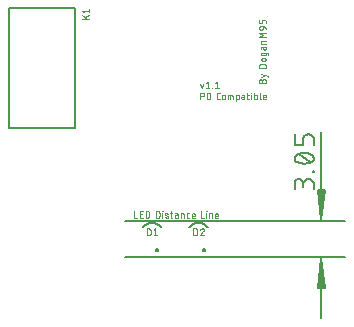
<source format=gbr>
G04 EAGLE Gerber RS-274X export*
G75*
%MOMM*%
%FSLAX34Y34*%
%LPD*%
%INSilkscreen Top*%
%IPPOS*%
%AMOC8*
5,1,8,0,0,1.08239X$1,22.5*%
G01*
%ADD10C,0.130000*%
%ADD11C,0.152400*%
%ADD12C,0.050800*%
%ADD13C,0.127000*%
%ADD14C,0.200000*%


D10*
X71120Y0D02*
X256990Y0D01*
X256990Y30480D02*
X71120Y30480D01*
X237490Y-650D02*
X237490Y-52000D01*
X237490Y31130D02*
X237490Y106108D01*
X237490Y-650D02*
X234298Y-26000D01*
X240682Y-26000D01*
X237490Y-650D01*
X236190Y-26000D01*
X238790Y-26000D02*
X237490Y-650D01*
X234890Y-26000D01*
X240090Y-26000D02*
X237490Y-650D01*
X237490Y31130D02*
X234298Y56480D01*
X240682Y56480D01*
X237490Y31130D01*
X236190Y56480D01*
X238790Y56480D02*
X237490Y31130D01*
X234890Y56480D01*
X240090Y56480D02*
X237490Y31130D01*
D11*
X230983Y57242D02*
X230983Y61758D01*
X230981Y61891D01*
X230975Y62023D01*
X230965Y62155D01*
X230952Y62287D01*
X230934Y62419D01*
X230913Y62549D01*
X230888Y62680D01*
X230859Y62809D01*
X230826Y62937D01*
X230790Y63065D01*
X230750Y63191D01*
X230706Y63316D01*
X230658Y63440D01*
X230607Y63562D01*
X230552Y63683D01*
X230494Y63802D01*
X230432Y63920D01*
X230367Y64035D01*
X230298Y64149D01*
X230227Y64260D01*
X230151Y64369D01*
X230073Y64476D01*
X229992Y64581D01*
X229907Y64683D01*
X229820Y64783D01*
X229730Y64880D01*
X229637Y64975D01*
X229541Y65066D01*
X229443Y65155D01*
X229342Y65241D01*
X229238Y65324D01*
X229132Y65404D01*
X229024Y65480D01*
X228914Y65554D01*
X228801Y65624D01*
X228687Y65691D01*
X228570Y65754D01*
X228452Y65814D01*
X228332Y65871D01*
X228210Y65924D01*
X228087Y65973D01*
X227963Y66019D01*
X227837Y66061D01*
X227710Y66099D01*
X227582Y66134D01*
X227453Y66165D01*
X227324Y66192D01*
X227193Y66215D01*
X227062Y66235D01*
X226930Y66250D01*
X226798Y66262D01*
X226666Y66270D01*
X226533Y66274D01*
X226401Y66274D01*
X226268Y66270D01*
X226136Y66262D01*
X226004Y66250D01*
X225872Y66235D01*
X225741Y66215D01*
X225610Y66192D01*
X225481Y66165D01*
X225352Y66134D01*
X225224Y66099D01*
X225097Y66061D01*
X224971Y66019D01*
X224847Y65973D01*
X224724Y65924D01*
X224602Y65871D01*
X224482Y65814D01*
X224364Y65754D01*
X224247Y65691D01*
X224133Y65624D01*
X224020Y65554D01*
X223910Y65480D01*
X223802Y65404D01*
X223696Y65324D01*
X223592Y65241D01*
X223491Y65155D01*
X223393Y65066D01*
X223297Y64975D01*
X223204Y64880D01*
X223114Y64783D01*
X223027Y64683D01*
X222942Y64581D01*
X222861Y64476D01*
X222783Y64369D01*
X222707Y64260D01*
X222636Y64149D01*
X222567Y64035D01*
X222502Y63920D01*
X222440Y63802D01*
X222382Y63683D01*
X222327Y63562D01*
X222276Y63440D01*
X222228Y63316D01*
X222184Y63191D01*
X222144Y63065D01*
X222108Y62937D01*
X222075Y62809D01*
X222046Y62680D01*
X222021Y62549D01*
X222000Y62419D01*
X221982Y62287D01*
X221969Y62155D01*
X221959Y62023D01*
X221953Y61891D01*
X221951Y61758D01*
X214727Y62661D02*
X214727Y57242D01*
X214727Y62661D02*
X214729Y62780D01*
X214735Y62900D01*
X214745Y63019D01*
X214759Y63137D01*
X214776Y63256D01*
X214798Y63373D01*
X214823Y63490D01*
X214853Y63605D01*
X214886Y63720D01*
X214923Y63834D01*
X214963Y63946D01*
X215008Y64057D01*
X215056Y64166D01*
X215107Y64274D01*
X215162Y64380D01*
X215221Y64484D01*
X215283Y64586D01*
X215348Y64686D01*
X215417Y64784D01*
X215489Y64880D01*
X215564Y64973D01*
X215641Y65063D01*
X215722Y65151D01*
X215806Y65236D01*
X215893Y65318D01*
X215982Y65398D01*
X216074Y65474D01*
X216168Y65548D01*
X216265Y65618D01*
X216363Y65685D01*
X216464Y65749D01*
X216568Y65809D01*
X216673Y65866D01*
X216780Y65919D01*
X216888Y65969D01*
X216998Y66015D01*
X217110Y66057D01*
X217223Y66096D01*
X217337Y66131D01*
X217452Y66162D01*
X217569Y66190D01*
X217686Y66213D01*
X217803Y66233D01*
X217922Y66249D01*
X218041Y66261D01*
X218160Y66269D01*
X218279Y66273D01*
X218399Y66273D01*
X218518Y66269D01*
X218637Y66261D01*
X218756Y66249D01*
X218875Y66233D01*
X218992Y66213D01*
X219109Y66190D01*
X219226Y66162D01*
X219341Y66131D01*
X219455Y66096D01*
X219568Y66057D01*
X219680Y66015D01*
X219790Y65969D01*
X219898Y65919D01*
X220005Y65866D01*
X220110Y65809D01*
X220214Y65749D01*
X220315Y65685D01*
X220413Y65618D01*
X220510Y65548D01*
X220604Y65474D01*
X220696Y65398D01*
X220785Y65318D01*
X220872Y65236D01*
X220956Y65151D01*
X221037Y65063D01*
X221114Y64973D01*
X221189Y64880D01*
X221261Y64784D01*
X221330Y64686D01*
X221395Y64586D01*
X221457Y64484D01*
X221516Y64380D01*
X221571Y64274D01*
X221622Y64166D01*
X221670Y64057D01*
X221715Y63946D01*
X221755Y63834D01*
X221792Y63720D01*
X221825Y63605D01*
X221855Y63490D01*
X221880Y63373D01*
X221902Y63256D01*
X221919Y63137D01*
X221933Y63019D01*
X221943Y62900D01*
X221949Y62780D01*
X221951Y62661D01*
X221952Y62661D02*
X221952Y59048D01*
X230080Y72248D02*
X230983Y72248D01*
X230080Y72248D02*
X230080Y73151D01*
X230983Y73151D01*
X230983Y72248D01*
X222855Y79126D02*
X222535Y79130D01*
X222216Y79141D01*
X221896Y79160D01*
X221578Y79187D01*
X221260Y79221D01*
X220943Y79263D01*
X220627Y79313D01*
X220312Y79370D01*
X219999Y79434D01*
X219687Y79506D01*
X219377Y79585D01*
X219070Y79672D01*
X218764Y79766D01*
X218461Y79867D01*
X218160Y79976D01*
X217862Y80091D01*
X217566Y80214D01*
X217274Y80344D01*
X216985Y80481D01*
X216984Y80481D02*
X216876Y80520D01*
X216769Y80563D01*
X216664Y80609D01*
X216561Y80659D01*
X216459Y80713D01*
X216359Y80770D01*
X216261Y80831D01*
X216165Y80895D01*
X216072Y80962D01*
X215981Y81032D01*
X215892Y81106D01*
X215806Y81182D01*
X215723Y81262D01*
X215642Y81344D01*
X215564Y81429D01*
X215490Y81516D01*
X215418Y81607D01*
X215349Y81699D01*
X215284Y81794D01*
X215222Y81891D01*
X215163Y81990D01*
X215108Y82091D01*
X215057Y82194D01*
X215009Y82299D01*
X214964Y82405D01*
X214923Y82512D01*
X214886Y82621D01*
X214853Y82732D01*
X214824Y82843D01*
X214798Y82955D01*
X214776Y83068D01*
X214759Y83182D01*
X214745Y83296D01*
X214735Y83411D01*
X214729Y83526D01*
X214727Y83641D01*
X214729Y83756D01*
X214735Y83871D01*
X214745Y83986D01*
X214759Y84100D01*
X214776Y84214D01*
X214798Y84327D01*
X214824Y84439D01*
X214853Y84551D01*
X214886Y84661D01*
X214923Y84770D01*
X214964Y84878D01*
X215009Y84984D01*
X215057Y85089D01*
X215108Y85191D01*
X215164Y85293D01*
X215222Y85392D01*
X215284Y85489D01*
X215350Y85584D01*
X215418Y85676D01*
X215490Y85766D01*
X215564Y85854D01*
X215642Y85939D01*
X215723Y86021D01*
X215806Y86100D01*
X215892Y86177D01*
X215981Y86250D01*
X216072Y86321D01*
X216166Y86388D01*
X216261Y86452D01*
X216359Y86513D01*
X216459Y86570D01*
X216561Y86623D01*
X216665Y86674D01*
X216770Y86720D01*
X216877Y86763D01*
X216985Y86802D01*
X216985Y86801D02*
X217274Y86938D01*
X217566Y87068D01*
X217862Y87191D01*
X218160Y87306D01*
X218461Y87415D01*
X218764Y87516D01*
X219070Y87610D01*
X219377Y87697D01*
X219687Y87776D01*
X219999Y87848D01*
X220312Y87912D01*
X220627Y87969D01*
X220943Y88019D01*
X221260Y88061D01*
X221578Y88095D01*
X221896Y88122D01*
X222216Y88141D01*
X222535Y88152D01*
X222855Y88156D01*
X222855Y79126D02*
X223175Y79130D01*
X223494Y79141D01*
X223814Y79160D01*
X224132Y79187D01*
X224450Y79221D01*
X224767Y79263D01*
X225083Y79313D01*
X225398Y79370D01*
X225711Y79434D01*
X226023Y79506D01*
X226333Y79585D01*
X226640Y79672D01*
X226946Y79766D01*
X227249Y79867D01*
X227550Y79976D01*
X227848Y80091D01*
X228144Y80214D01*
X228436Y80344D01*
X228725Y80481D01*
X228726Y80480D02*
X228834Y80519D01*
X228941Y80562D01*
X229046Y80608D01*
X229150Y80659D01*
X229252Y80712D01*
X229352Y80769D01*
X229450Y80830D01*
X229545Y80894D01*
X229639Y80961D01*
X229730Y81032D01*
X229819Y81105D01*
X229905Y81182D01*
X229988Y81261D01*
X230069Y81343D01*
X230147Y81428D01*
X230221Y81516D01*
X230293Y81606D01*
X230362Y81699D01*
X230427Y81793D01*
X230489Y81890D01*
X230547Y81990D01*
X230603Y82091D01*
X230654Y82193D01*
X230702Y82298D01*
X230747Y82404D01*
X230788Y82512D01*
X230825Y82621D01*
X230858Y82731D01*
X230887Y82843D01*
X230913Y82955D01*
X230935Y83068D01*
X230952Y83182D01*
X230966Y83296D01*
X230976Y83411D01*
X230982Y83526D01*
X230984Y83641D01*
X228725Y86801D02*
X228436Y86938D01*
X228144Y87068D01*
X227848Y87191D01*
X227550Y87306D01*
X227249Y87415D01*
X226946Y87516D01*
X226640Y87610D01*
X226333Y87697D01*
X226023Y87776D01*
X225711Y87848D01*
X225398Y87912D01*
X225083Y87969D01*
X224767Y88019D01*
X224450Y88061D01*
X224132Y88095D01*
X223814Y88122D01*
X223494Y88141D01*
X223175Y88152D01*
X222855Y88156D01*
X228725Y86802D02*
X228833Y86763D01*
X228940Y86720D01*
X229045Y86674D01*
X229149Y86623D01*
X229251Y86570D01*
X229351Y86513D01*
X229449Y86452D01*
X229544Y86388D01*
X229638Y86321D01*
X229729Y86250D01*
X229818Y86177D01*
X229904Y86100D01*
X229987Y86021D01*
X230068Y85939D01*
X230146Y85854D01*
X230220Y85766D01*
X230292Y85676D01*
X230361Y85583D01*
X230426Y85489D01*
X230488Y85392D01*
X230546Y85292D01*
X230602Y85191D01*
X230653Y85088D01*
X230701Y84984D01*
X230746Y84878D01*
X230787Y84770D01*
X230824Y84661D01*
X230857Y84551D01*
X230886Y84439D01*
X230912Y84327D01*
X230934Y84214D01*
X230951Y84100D01*
X230965Y83986D01*
X230975Y83871D01*
X230981Y83756D01*
X230983Y83641D01*
X227371Y80029D02*
X218339Y87254D01*
X230983Y94757D02*
X230983Y100176D01*
X230981Y100294D01*
X230975Y100412D01*
X230966Y100530D01*
X230952Y100647D01*
X230935Y100764D01*
X230914Y100881D01*
X230889Y100996D01*
X230860Y101111D01*
X230827Y101225D01*
X230791Y101337D01*
X230751Y101448D01*
X230708Y101558D01*
X230661Y101667D01*
X230611Y101774D01*
X230556Y101879D01*
X230499Y101982D01*
X230438Y102083D01*
X230374Y102183D01*
X230307Y102280D01*
X230237Y102375D01*
X230163Y102467D01*
X230087Y102558D01*
X230007Y102645D01*
X229925Y102730D01*
X229840Y102812D01*
X229753Y102892D01*
X229662Y102968D01*
X229570Y103042D01*
X229475Y103112D01*
X229378Y103179D01*
X229278Y103243D01*
X229177Y103304D01*
X229074Y103361D01*
X228969Y103416D01*
X228862Y103466D01*
X228753Y103513D01*
X228643Y103556D01*
X228532Y103596D01*
X228420Y103632D01*
X228306Y103665D01*
X228191Y103694D01*
X228076Y103719D01*
X227959Y103740D01*
X227842Y103757D01*
X227725Y103771D01*
X227607Y103780D01*
X227489Y103786D01*
X227371Y103788D01*
X225564Y103788D01*
X225446Y103786D01*
X225328Y103780D01*
X225210Y103771D01*
X225093Y103757D01*
X224976Y103740D01*
X224859Y103719D01*
X224744Y103694D01*
X224629Y103665D01*
X224515Y103632D01*
X224403Y103596D01*
X224292Y103556D01*
X224182Y103513D01*
X224073Y103466D01*
X223966Y103416D01*
X223861Y103361D01*
X223758Y103304D01*
X223657Y103243D01*
X223557Y103179D01*
X223460Y103112D01*
X223365Y103042D01*
X223273Y102968D01*
X223182Y102892D01*
X223095Y102812D01*
X223010Y102730D01*
X222928Y102645D01*
X222848Y102558D01*
X222772Y102467D01*
X222698Y102375D01*
X222628Y102280D01*
X222561Y102183D01*
X222497Y102083D01*
X222436Y101982D01*
X222379Y101879D01*
X222324Y101774D01*
X222274Y101667D01*
X222227Y101558D01*
X222184Y101448D01*
X222144Y101337D01*
X222108Y101225D01*
X222075Y101111D01*
X222046Y100996D01*
X222021Y100881D01*
X222000Y100764D01*
X221983Y100647D01*
X221969Y100530D01*
X221960Y100412D01*
X221954Y100294D01*
X221952Y100176D01*
X221952Y94757D01*
X214727Y94757D01*
X214727Y103788D01*
D12*
X187142Y147574D02*
X187142Y149126D01*
X187144Y149203D01*
X187150Y149281D01*
X187159Y149357D01*
X187173Y149434D01*
X187190Y149509D01*
X187211Y149583D01*
X187236Y149657D01*
X187264Y149729D01*
X187296Y149799D01*
X187331Y149868D01*
X187370Y149935D01*
X187412Y150000D01*
X187457Y150063D01*
X187505Y150124D01*
X187556Y150182D01*
X187610Y150237D01*
X187667Y150290D01*
X187726Y150339D01*
X187788Y150386D01*
X187852Y150430D01*
X187918Y150470D01*
X187986Y150507D01*
X188056Y150541D01*
X188127Y150571D01*
X188200Y150597D01*
X188274Y150620D01*
X188349Y150639D01*
X188424Y150654D01*
X188501Y150666D01*
X188578Y150674D01*
X188655Y150678D01*
X188733Y150678D01*
X188810Y150674D01*
X188887Y150666D01*
X188964Y150654D01*
X189039Y150639D01*
X189114Y150620D01*
X189188Y150597D01*
X189261Y150571D01*
X189332Y150541D01*
X189402Y150507D01*
X189470Y150470D01*
X189536Y150430D01*
X189600Y150386D01*
X189662Y150339D01*
X189721Y150290D01*
X189778Y150237D01*
X189832Y150182D01*
X189883Y150124D01*
X189931Y150063D01*
X189976Y150000D01*
X190018Y149935D01*
X190057Y149868D01*
X190092Y149799D01*
X190124Y149729D01*
X190152Y149657D01*
X190177Y149583D01*
X190198Y149509D01*
X190215Y149434D01*
X190229Y149357D01*
X190238Y149281D01*
X190244Y149203D01*
X190246Y149126D01*
X190246Y147574D01*
X184658Y147574D01*
X184658Y149126D01*
X184660Y149196D01*
X184666Y149265D01*
X184676Y149334D01*
X184689Y149402D01*
X184707Y149470D01*
X184728Y149536D01*
X184753Y149601D01*
X184781Y149665D01*
X184813Y149727D01*
X184848Y149787D01*
X184887Y149845D01*
X184929Y149900D01*
X184974Y149954D01*
X185022Y150004D01*
X185072Y150052D01*
X185126Y150097D01*
X185181Y150139D01*
X185239Y150178D01*
X185299Y150213D01*
X185361Y150245D01*
X185425Y150273D01*
X185490Y150298D01*
X185556Y150319D01*
X185624Y150337D01*
X185692Y150350D01*
X185761Y150360D01*
X185830Y150366D01*
X185900Y150368D01*
X185970Y150366D01*
X186039Y150360D01*
X186108Y150350D01*
X186176Y150337D01*
X186244Y150319D01*
X186310Y150298D01*
X186375Y150273D01*
X186439Y150245D01*
X186501Y150213D01*
X186561Y150178D01*
X186619Y150139D01*
X186674Y150097D01*
X186728Y150052D01*
X186778Y150004D01*
X186826Y149954D01*
X186871Y149900D01*
X186913Y149845D01*
X186952Y149787D01*
X186987Y149727D01*
X187019Y149665D01*
X187047Y149601D01*
X187072Y149536D01*
X187093Y149470D01*
X187111Y149402D01*
X187124Y149334D01*
X187134Y149265D01*
X187140Y149196D01*
X187142Y149126D01*
X192109Y152556D02*
X192109Y153177D01*
X186521Y155040D01*
X186521Y152556D02*
X190246Y153798D01*
X190246Y160293D02*
X184658Y160293D01*
X184658Y161845D01*
X184660Y161921D01*
X184665Y161997D01*
X184675Y162073D01*
X184688Y162148D01*
X184705Y162222D01*
X184725Y162296D01*
X184749Y162368D01*
X184776Y162439D01*
X184807Y162509D01*
X184841Y162577D01*
X184879Y162643D01*
X184920Y162707D01*
X184963Y162770D01*
X185010Y162830D01*
X185060Y162887D01*
X185113Y162942D01*
X185168Y162995D01*
X185225Y163045D01*
X185285Y163092D01*
X185348Y163135D01*
X185412Y163176D01*
X185478Y163214D01*
X185546Y163248D01*
X185616Y163279D01*
X185687Y163306D01*
X185760Y163330D01*
X185833Y163350D01*
X185907Y163367D01*
X185982Y163380D01*
X186058Y163390D01*
X186134Y163395D01*
X186210Y163397D01*
X188694Y163397D01*
X188770Y163395D01*
X188846Y163390D01*
X188922Y163380D01*
X188997Y163367D01*
X189071Y163350D01*
X189145Y163330D01*
X189217Y163306D01*
X189288Y163279D01*
X189358Y163248D01*
X189426Y163214D01*
X189492Y163176D01*
X189556Y163135D01*
X189619Y163092D01*
X189679Y163045D01*
X189736Y162995D01*
X189791Y162942D01*
X189844Y162887D01*
X189894Y162830D01*
X189941Y162770D01*
X189984Y162707D01*
X190025Y162643D01*
X190063Y162577D01*
X190097Y162509D01*
X190128Y162439D01*
X190155Y162368D01*
X190179Y162296D01*
X190199Y162222D01*
X190216Y162148D01*
X190229Y162073D01*
X190239Y161997D01*
X190244Y161921D01*
X190246Y161845D01*
X190246Y160293D01*
X189004Y165906D02*
X187762Y165906D01*
X187692Y165908D01*
X187623Y165914D01*
X187554Y165924D01*
X187486Y165937D01*
X187418Y165955D01*
X187352Y165976D01*
X187287Y166001D01*
X187223Y166029D01*
X187161Y166061D01*
X187101Y166096D01*
X187043Y166135D01*
X186988Y166177D01*
X186934Y166222D01*
X186884Y166270D01*
X186836Y166320D01*
X186791Y166374D01*
X186749Y166429D01*
X186710Y166487D01*
X186675Y166547D01*
X186643Y166609D01*
X186615Y166673D01*
X186590Y166738D01*
X186569Y166804D01*
X186551Y166872D01*
X186538Y166940D01*
X186528Y167009D01*
X186522Y167078D01*
X186520Y167148D01*
X186522Y167218D01*
X186528Y167287D01*
X186538Y167356D01*
X186551Y167424D01*
X186569Y167492D01*
X186590Y167558D01*
X186615Y167623D01*
X186643Y167687D01*
X186675Y167749D01*
X186710Y167809D01*
X186749Y167867D01*
X186791Y167922D01*
X186836Y167976D01*
X186884Y168026D01*
X186934Y168074D01*
X186988Y168119D01*
X187043Y168161D01*
X187101Y168200D01*
X187161Y168235D01*
X187223Y168267D01*
X187287Y168295D01*
X187352Y168320D01*
X187418Y168341D01*
X187486Y168359D01*
X187554Y168372D01*
X187623Y168382D01*
X187692Y168388D01*
X187762Y168390D01*
X189004Y168390D01*
X189074Y168388D01*
X189143Y168382D01*
X189212Y168372D01*
X189280Y168359D01*
X189348Y168341D01*
X189414Y168320D01*
X189479Y168295D01*
X189543Y168267D01*
X189605Y168235D01*
X189665Y168200D01*
X189723Y168161D01*
X189778Y168119D01*
X189832Y168074D01*
X189882Y168026D01*
X189930Y167976D01*
X189975Y167922D01*
X190017Y167867D01*
X190056Y167809D01*
X190091Y167749D01*
X190123Y167687D01*
X190151Y167623D01*
X190176Y167558D01*
X190197Y167492D01*
X190215Y167424D01*
X190228Y167356D01*
X190238Y167287D01*
X190244Y167218D01*
X190246Y167148D01*
X190244Y167078D01*
X190238Y167009D01*
X190228Y166940D01*
X190215Y166872D01*
X190197Y166804D01*
X190176Y166738D01*
X190151Y166673D01*
X190123Y166609D01*
X190091Y166547D01*
X190056Y166487D01*
X190017Y166429D01*
X189975Y166374D01*
X189930Y166320D01*
X189882Y166270D01*
X189832Y166222D01*
X189778Y166177D01*
X189723Y166135D01*
X189665Y166096D01*
X189605Y166061D01*
X189543Y166029D01*
X189479Y166001D01*
X189414Y165976D01*
X189348Y165955D01*
X189280Y165937D01*
X189212Y165924D01*
X189143Y165914D01*
X189074Y165908D01*
X189004Y165906D01*
X190246Y171564D02*
X190246Y173116D01*
X190246Y171564D02*
X190244Y171506D01*
X190239Y171447D01*
X190230Y171390D01*
X190217Y171332D01*
X190200Y171276D01*
X190181Y171221D01*
X190157Y171168D01*
X190131Y171115D01*
X190101Y171065D01*
X190068Y171017D01*
X190032Y170971D01*
X189994Y170927D01*
X189952Y170885D01*
X189908Y170847D01*
X189862Y170811D01*
X189814Y170778D01*
X189764Y170748D01*
X189711Y170722D01*
X189658Y170698D01*
X189603Y170679D01*
X189547Y170662D01*
X189489Y170649D01*
X189432Y170640D01*
X189373Y170635D01*
X189315Y170633D01*
X189315Y170632D02*
X187452Y170632D01*
X187452Y170633D02*
X187394Y170635D01*
X187335Y170640D01*
X187278Y170649D01*
X187220Y170662D01*
X187164Y170679D01*
X187109Y170698D01*
X187056Y170722D01*
X187003Y170748D01*
X186953Y170778D01*
X186905Y170811D01*
X186859Y170847D01*
X186815Y170885D01*
X186773Y170927D01*
X186735Y170971D01*
X186699Y171017D01*
X186666Y171065D01*
X186636Y171115D01*
X186610Y171168D01*
X186586Y171221D01*
X186567Y171276D01*
X186550Y171332D01*
X186537Y171390D01*
X186528Y171447D01*
X186523Y171506D01*
X186521Y171564D01*
X186521Y173116D01*
X191177Y173116D01*
X191235Y173114D01*
X191294Y173109D01*
X191351Y173100D01*
X191409Y173087D01*
X191465Y173070D01*
X191520Y173051D01*
X191573Y173027D01*
X191626Y173001D01*
X191676Y172971D01*
X191724Y172938D01*
X191770Y172902D01*
X191814Y172864D01*
X191856Y172822D01*
X191894Y172778D01*
X191930Y172732D01*
X191963Y172684D01*
X191993Y172634D01*
X192019Y172581D01*
X192043Y172528D01*
X192062Y172473D01*
X192079Y172417D01*
X192092Y172359D01*
X192101Y172302D01*
X192106Y172243D01*
X192108Y172185D01*
X192109Y172185D02*
X192109Y170943D01*
X188073Y176657D02*
X188073Y178054D01*
X188072Y176657D02*
X188074Y176593D01*
X188080Y176528D01*
X188089Y176465D01*
X188102Y176402D01*
X188119Y176340D01*
X188140Y176279D01*
X188164Y176219D01*
X188192Y176161D01*
X188223Y176104D01*
X188257Y176050D01*
X188295Y175997D01*
X188336Y175947D01*
X188379Y175900D01*
X188425Y175855D01*
X188474Y175813D01*
X188525Y175774D01*
X188579Y175738D01*
X188634Y175705D01*
X188692Y175676D01*
X188750Y175650D01*
X188811Y175627D01*
X188872Y175608D01*
X188935Y175593D01*
X188999Y175582D01*
X189062Y175574D01*
X189127Y175570D01*
X189191Y175570D01*
X189256Y175574D01*
X189319Y175582D01*
X189383Y175593D01*
X189446Y175608D01*
X189507Y175627D01*
X189568Y175650D01*
X189626Y175676D01*
X189684Y175705D01*
X189739Y175738D01*
X189793Y175774D01*
X189844Y175813D01*
X189893Y175855D01*
X189939Y175900D01*
X189982Y175947D01*
X190023Y175997D01*
X190061Y176050D01*
X190095Y176104D01*
X190126Y176161D01*
X190154Y176219D01*
X190178Y176279D01*
X190199Y176340D01*
X190216Y176402D01*
X190229Y176465D01*
X190238Y176528D01*
X190244Y176593D01*
X190246Y176657D01*
X190246Y178054D01*
X187452Y178054D01*
X187452Y178053D02*
X187394Y178051D01*
X187335Y178046D01*
X187278Y178037D01*
X187220Y178024D01*
X187164Y178007D01*
X187109Y177988D01*
X187056Y177964D01*
X187003Y177938D01*
X186953Y177908D01*
X186905Y177875D01*
X186859Y177839D01*
X186815Y177801D01*
X186773Y177759D01*
X186735Y177715D01*
X186699Y177669D01*
X186666Y177621D01*
X186636Y177571D01*
X186610Y177518D01*
X186586Y177465D01*
X186567Y177410D01*
X186550Y177354D01*
X186537Y177296D01*
X186528Y177239D01*
X186523Y177180D01*
X186521Y177122D01*
X186521Y175881D01*
X186521Y180720D02*
X190246Y180720D01*
X186521Y180720D02*
X186521Y182272D01*
X186523Y182330D01*
X186528Y182389D01*
X186537Y182446D01*
X186550Y182504D01*
X186567Y182560D01*
X186586Y182615D01*
X186610Y182668D01*
X186636Y182721D01*
X186666Y182771D01*
X186699Y182819D01*
X186735Y182865D01*
X186773Y182909D01*
X186815Y182951D01*
X186859Y182989D01*
X186905Y183025D01*
X186953Y183058D01*
X187003Y183088D01*
X187056Y183114D01*
X187109Y183138D01*
X187164Y183157D01*
X187220Y183174D01*
X187278Y183187D01*
X187335Y183196D01*
X187394Y183201D01*
X187452Y183203D01*
X190246Y183203D01*
X190246Y185951D02*
X184658Y185951D01*
X187762Y187814D01*
X184658Y189676D01*
X190246Y189676D01*
X187762Y193538D02*
X187762Y195401D01*
X187763Y193538D02*
X187761Y193468D01*
X187755Y193399D01*
X187745Y193330D01*
X187732Y193262D01*
X187714Y193194D01*
X187693Y193128D01*
X187668Y193063D01*
X187640Y192999D01*
X187608Y192937D01*
X187573Y192877D01*
X187534Y192819D01*
X187492Y192764D01*
X187447Y192710D01*
X187399Y192660D01*
X187349Y192612D01*
X187295Y192567D01*
X187240Y192525D01*
X187182Y192486D01*
X187122Y192451D01*
X187060Y192419D01*
X186996Y192391D01*
X186931Y192366D01*
X186865Y192345D01*
X186797Y192327D01*
X186729Y192314D01*
X186660Y192304D01*
X186591Y192298D01*
X186521Y192296D01*
X186210Y192296D01*
X186210Y192297D02*
X186133Y192299D01*
X186055Y192305D01*
X185979Y192314D01*
X185902Y192328D01*
X185827Y192345D01*
X185753Y192366D01*
X185679Y192391D01*
X185607Y192419D01*
X185537Y192451D01*
X185468Y192486D01*
X185401Y192525D01*
X185336Y192567D01*
X185273Y192612D01*
X185212Y192660D01*
X185154Y192711D01*
X185099Y192765D01*
X185046Y192822D01*
X184997Y192881D01*
X184950Y192943D01*
X184906Y193007D01*
X184866Y193073D01*
X184829Y193141D01*
X184795Y193211D01*
X184765Y193282D01*
X184739Y193355D01*
X184716Y193429D01*
X184697Y193504D01*
X184682Y193579D01*
X184670Y193656D01*
X184662Y193733D01*
X184658Y193810D01*
X184658Y193888D01*
X184662Y193965D01*
X184670Y194042D01*
X184682Y194119D01*
X184697Y194194D01*
X184716Y194269D01*
X184739Y194343D01*
X184765Y194416D01*
X184795Y194487D01*
X184829Y194557D01*
X184866Y194625D01*
X184906Y194691D01*
X184950Y194755D01*
X184997Y194817D01*
X185046Y194876D01*
X185099Y194933D01*
X185154Y194987D01*
X185212Y195038D01*
X185273Y195086D01*
X185336Y195131D01*
X185401Y195173D01*
X185468Y195212D01*
X185537Y195247D01*
X185607Y195279D01*
X185679Y195307D01*
X185753Y195332D01*
X185827Y195353D01*
X185902Y195370D01*
X185979Y195384D01*
X186055Y195393D01*
X186133Y195399D01*
X186210Y195401D01*
X187762Y195401D01*
X187860Y195399D01*
X187957Y195393D01*
X188054Y195384D01*
X188151Y195370D01*
X188247Y195353D01*
X188342Y195332D01*
X188436Y195308D01*
X188530Y195279D01*
X188622Y195247D01*
X188713Y195212D01*
X188802Y195173D01*
X188890Y195130D01*
X188976Y195084D01*
X189060Y195035D01*
X189142Y194982D01*
X189222Y194927D01*
X189300Y194868D01*
X189375Y194806D01*
X189448Y194741D01*
X189518Y194673D01*
X189586Y194603D01*
X189651Y194530D01*
X189713Y194455D01*
X189772Y194377D01*
X189827Y194297D01*
X189880Y194215D01*
X189929Y194131D01*
X189975Y194045D01*
X190018Y193957D01*
X190057Y193868D01*
X190092Y193777D01*
X190124Y193685D01*
X190153Y193591D01*
X190177Y193497D01*
X190198Y193402D01*
X190215Y193306D01*
X190229Y193209D01*
X190238Y193112D01*
X190244Y193014D01*
X190246Y192917D01*
X190246Y197783D02*
X190246Y199645D01*
X190244Y199715D01*
X190238Y199784D01*
X190228Y199853D01*
X190215Y199921D01*
X190197Y199989D01*
X190176Y200055D01*
X190151Y200120D01*
X190123Y200184D01*
X190091Y200246D01*
X190056Y200306D01*
X190017Y200364D01*
X189975Y200419D01*
X189930Y200473D01*
X189882Y200523D01*
X189832Y200571D01*
X189778Y200616D01*
X189723Y200658D01*
X189665Y200697D01*
X189605Y200732D01*
X189543Y200764D01*
X189479Y200792D01*
X189414Y200817D01*
X189348Y200838D01*
X189280Y200856D01*
X189212Y200869D01*
X189143Y200879D01*
X189074Y200885D01*
X189004Y200887D01*
X188383Y200887D01*
X188313Y200885D01*
X188244Y200879D01*
X188175Y200869D01*
X188107Y200856D01*
X188039Y200838D01*
X187973Y200817D01*
X187908Y200792D01*
X187844Y200764D01*
X187782Y200732D01*
X187722Y200697D01*
X187664Y200658D01*
X187609Y200616D01*
X187555Y200571D01*
X187505Y200523D01*
X187457Y200473D01*
X187412Y200419D01*
X187370Y200364D01*
X187331Y200306D01*
X187296Y200246D01*
X187264Y200184D01*
X187236Y200120D01*
X187211Y200055D01*
X187190Y199989D01*
X187172Y199921D01*
X187159Y199853D01*
X187149Y199784D01*
X187143Y199715D01*
X187141Y199645D01*
X187142Y199645D02*
X187142Y197783D01*
X184658Y197783D01*
X184658Y200887D01*
X134874Y146473D02*
X136116Y142748D01*
X137358Y146473D01*
X139501Y147094D02*
X141054Y148336D01*
X141054Y142748D01*
X142606Y142748D02*
X139501Y142748D01*
X144739Y142748D02*
X144739Y143058D01*
X145049Y143058D01*
X145049Y142748D01*
X144739Y142748D01*
X147182Y147094D02*
X148734Y148336D01*
X148734Y142748D01*
X147182Y142748D02*
X150287Y142748D01*
X134874Y139192D02*
X134874Y133604D01*
X134874Y139192D02*
X136426Y139192D01*
X136503Y139190D01*
X136581Y139184D01*
X136657Y139175D01*
X136734Y139161D01*
X136809Y139144D01*
X136883Y139123D01*
X136957Y139098D01*
X137029Y139070D01*
X137099Y139038D01*
X137168Y139003D01*
X137235Y138964D01*
X137300Y138922D01*
X137363Y138877D01*
X137424Y138829D01*
X137482Y138778D01*
X137537Y138724D01*
X137590Y138667D01*
X137639Y138608D01*
X137686Y138546D01*
X137730Y138482D01*
X137770Y138416D01*
X137807Y138348D01*
X137841Y138278D01*
X137871Y138207D01*
X137897Y138134D01*
X137920Y138060D01*
X137939Y137985D01*
X137954Y137910D01*
X137966Y137833D01*
X137974Y137756D01*
X137978Y137679D01*
X137978Y137601D01*
X137974Y137524D01*
X137966Y137447D01*
X137954Y137370D01*
X137939Y137295D01*
X137920Y137220D01*
X137897Y137146D01*
X137871Y137073D01*
X137841Y137002D01*
X137807Y136932D01*
X137770Y136864D01*
X137730Y136798D01*
X137686Y136734D01*
X137639Y136672D01*
X137590Y136613D01*
X137537Y136556D01*
X137482Y136502D01*
X137424Y136451D01*
X137363Y136403D01*
X137300Y136358D01*
X137235Y136316D01*
X137168Y136277D01*
X137099Y136242D01*
X137029Y136210D01*
X136957Y136182D01*
X136883Y136157D01*
X136809Y136136D01*
X136734Y136119D01*
X136657Y136105D01*
X136581Y136096D01*
X136503Y136090D01*
X136426Y136088D01*
X134874Y136088D01*
X140277Y133604D02*
X140277Y139192D01*
X141830Y139192D01*
X141906Y139190D01*
X141982Y139185D01*
X142058Y139175D01*
X142133Y139162D01*
X142207Y139145D01*
X142281Y139125D01*
X142353Y139101D01*
X142424Y139074D01*
X142494Y139043D01*
X142562Y139009D01*
X142628Y138971D01*
X142692Y138930D01*
X142755Y138887D01*
X142815Y138840D01*
X142872Y138790D01*
X142927Y138737D01*
X142980Y138682D01*
X143030Y138625D01*
X143077Y138565D01*
X143120Y138502D01*
X143161Y138438D01*
X143199Y138372D01*
X143233Y138304D01*
X143264Y138234D01*
X143291Y138163D01*
X143315Y138090D01*
X143335Y138017D01*
X143352Y137943D01*
X143365Y137868D01*
X143375Y137792D01*
X143380Y137716D01*
X143382Y137640D01*
X143382Y135156D01*
X143380Y135077D01*
X143374Y134999D01*
X143364Y134921D01*
X143350Y134844D01*
X143332Y134767D01*
X143311Y134691D01*
X143285Y134617D01*
X143256Y134544D01*
X143223Y134473D01*
X143187Y134403D01*
X143147Y134335D01*
X143104Y134269D01*
X143057Y134206D01*
X143008Y134145D01*
X142955Y134087D01*
X142899Y134031D01*
X142841Y133978D01*
X142780Y133929D01*
X142717Y133882D01*
X142651Y133839D01*
X142583Y133799D01*
X142514Y133763D01*
X142442Y133730D01*
X142369Y133701D01*
X142295Y133675D01*
X142219Y133654D01*
X142142Y133636D01*
X142065Y133622D01*
X141987Y133612D01*
X141909Y133606D01*
X141830Y133604D01*
X140277Y133604D01*
X150098Y133604D02*
X151340Y133604D01*
X150098Y133604D02*
X150028Y133606D01*
X149959Y133612D01*
X149890Y133622D01*
X149822Y133635D01*
X149754Y133653D01*
X149688Y133674D01*
X149623Y133699D01*
X149559Y133727D01*
X149497Y133759D01*
X149437Y133794D01*
X149379Y133833D01*
X149324Y133875D01*
X149270Y133920D01*
X149220Y133968D01*
X149172Y134018D01*
X149127Y134072D01*
X149085Y134127D01*
X149046Y134185D01*
X149011Y134245D01*
X148979Y134307D01*
X148951Y134371D01*
X148926Y134436D01*
X148905Y134502D01*
X148887Y134570D01*
X148874Y134638D01*
X148864Y134707D01*
X148858Y134776D01*
X148856Y134846D01*
X148856Y137950D01*
X148858Y138020D01*
X148864Y138089D01*
X148874Y138158D01*
X148887Y138226D01*
X148905Y138294D01*
X148926Y138360D01*
X148951Y138425D01*
X148979Y138489D01*
X149011Y138551D01*
X149046Y138611D01*
X149085Y138669D01*
X149127Y138724D01*
X149172Y138778D01*
X149220Y138828D01*
X149270Y138876D01*
X149324Y138921D01*
X149379Y138963D01*
X149437Y139002D01*
X149497Y139037D01*
X149559Y139069D01*
X149623Y139097D01*
X149688Y139122D01*
X149754Y139143D01*
X149822Y139161D01*
X149890Y139174D01*
X149959Y139184D01*
X150028Y139190D01*
X150098Y139192D01*
X151340Y139192D01*
X153389Y136088D02*
X153389Y134846D01*
X153389Y136088D02*
X153391Y136158D01*
X153397Y136227D01*
X153407Y136296D01*
X153420Y136364D01*
X153438Y136432D01*
X153459Y136498D01*
X153484Y136563D01*
X153512Y136627D01*
X153544Y136689D01*
X153579Y136749D01*
X153618Y136807D01*
X153660Y136862D01*
X153705Y136916D01*
X153753Y136966D01*
X153803Y137014D01*
X153857Y137059D01*
X153912Y137101D01*
X153970Y137140D01*
X154030Y137175D01*
X154092Y137207D01*
X154156Y137235D01*
X154221Y137260D01*
X154287Y137281D01*
X154355Y137299D01*
X154423Y137312D01*
X154492Y137322D01*
X154561Y137328D01*
X154631Y137330D01*
X154701Y137328D01*
X154770Y137322D01*
X154839Y137312D01*
X154907Y137299D01*
X154975Y137281D01*
X155041Y137260D01*
X155106Y137235D01*
X155170Y137207D01*
X155232Y137175D01*
X155292Y137140D01*
X155350Y137101D01*
X155405Y137059D01*
X155459Y137014D01*
X155509Y136966D01*
X155557Y136916D01*
X155602Y136862D01*
X155644Y136807D01*
X155683Y136749D01*
X155718Y136689D01*
X155750Y136627D01*
X155778Y136563D01*
X155803Y136498D01*
X155824Y136432D01*
X155842Y136364D01*
X155855Y136296D01*
X155865Y136227D01*
X155871Y136158D01*
X155873Y136088D01*
X155873Y134846D01*
X155871Y134776D01*
X155865Y134707D01*
X155855Y134638D01*
X155842Y134570D01*
X155824Y134502D01*
X155803Y134436D01*
X155778Y134371D01*
X155750Y134307D01*
X155718Y134245D01*
X155683Y134185D01*
X155644Y134127D01*
X155602Y134072D01*
X155557Y134018D01*
X155509Y133968D01*
X155459Y133920D01*
X155405Y133875D01*
X155350Y133833D01*
X155292Y133794D01*
X155232Y133759D01*
X155170Y133727D01*
X155106Y133699D01*
X155041Y133674D01*
X154975Y133653D01*
X154907Y133635D01*
X154839Y133622D01*
X154770Y133612D01*
X154701Y133606D01*
X154631Y133604D01*
X154561Y133606D01*
X154492Y133612D01*
X154423Y133622D01*
X154355Y133635D01*
X154287Y133653D01*
X154221Y133674D01*
X154156Y133699D01*
X154092Y133727D01*
X154030Y133759D01*
X153970Y133794D01*
X153912Y133833D01*
X153857Y133875D01*
X153803Y133920D01*
X153753Y133968D01*
X153705Y134018D01*
X153660Y134072D01*
X153618Y134127D01*
X153579Y134185D01*
X153544Y134245D01*
X153512Y134307D01*
X153484Y134371D01*
X153459Y134436D01*
X153438Y134502D01*
X153420Y134570D01*
X153407Y134638D01*
X153397Y134707D01*
X153391Y134776D01*
X153389Y134846D01*
X158438Y133604D02*
X158438Y137329D01*
X161232Y137329D01*
X161290Y137327D01*
X161349Y137322D01*
X161406Y137313D01*
X161464Y137300D01*
X161520Y137283D01*
X161575Y137264D01*
X161628Y137240D01*
X161681Y137214D01*
X161731Y137184D01*
X161779Y137151D01*
X161825Y137115D01*
X161869Y137077D01*
X161911Y137035D01*
X161949Y136991D01*
X161985Y136945D01*
X162018Y136897D01*
X162048Y136847D01*
X162074Y136794D01*
X162098Y136741D01*
X162117Y136686D01*
X162134Y136630D01*
X162147Y136572D01*
X162156Y136515D01*
X162161Y136456D01*
X162163Y136398D01*
X162163Y133604D01*
X160300Y133604D02*
X160300Y137329D01*
X164940Y137329D02*
X164940Y131741D01*
X164940Y137329D02*
X166492Y137329D01*
X166550Y137327D01*
X166609Y137322D01*
X166666Y137313D01*
X166724Y137300D01*
X166780Y137283D01*
X166835Y137264D01*
X166888Y137240D01*
X166941Y137214D01*
X166991Y137184D01*
X167039Y137151D01*
X167085Y137115D01*
X167129Y137077D01*
X167171Y137035D01*
X167209Y136991D01*
X167245Y136945D01*
X167278Y136897D01*
X167308Y136847D01*
X167334Y136794D01*
X167358Y136741D01*
X167377Y136686D01*
X167394Y136630D01*
X167407Y136572D01*
X167416Y136515D01*
X167421Y136456D01*
X167423Y136398D01*
X167423Y134535D01*
X167421Y134477D01*
X167416Y134418D01*
X167407Y134361D01*
X167394Y134303D01*
X167377Y134247D01*
X167358Y134192D01*
X167334Y134139D01*
X167308Y134086D01*
X167278Y134036D01*
X167245Y133988D01*
X167209Y133942D01*
X167171Y133898D01*
X167129Y133856D01*
X167085Y133818D01*
X167039Y133782D01*
X166991Y133749D01*
X166941Y133719D01*
X166888Y133693D01*
X166835Y133669D01*
X166780Y133650D01*
X166724Y133633D01*
X166666Y133620D01*
X166609Y133611D01*
X166550Y133606D01*
X166492Y133604D01*
X164940Y133604D01*
X170723Y135777D02*
X172120Y135777D01*
X170723Y135778D02*
X170659Y135776D01*
X170594Y135770D01*
X170531Y135761D01*
X170468Y135748D01*
X170406Y135731D01*
X170345Y135710D01*
X170285Y135686D01*
X170227Y135658D01*
X170170Y135627D01*
X170116Y135593D01*
X170063Y135555D01*
X170013Y135514D01*
X169966Y135471D01*
X169921Y135425D01*
X169879Y135376D01*
X169840Y135325D01*
X169804Y135271D01*
X169771Y135216D01*
X169742Y135158D01*
X169716Y135100D01*
X169693Y135039D01*
X169674Y134978D01*
X169659Y134915D01*
X169648Y134851D01*
X169640Y134788D01*
X169636Y134723D01*
X169636Y134659D01*
X169640Y134594D01*
X169648Y134531D01*
X169659Y134467D01*
X169674Y134404D01*
X169693Y134343D01*
X169716Y134282D01*
X169742Y134224D01*
X169771Y134166D01*
X169804Y134111D01*
X169840Y134057D01*
X169879Y134006D01*
X169921Y133957D01*
X169966Y133911D01*
X170013Y133868D01*
X170063Y133827D01*
X170116Y133789D01*
X170170Y133755D01*
X170227Y133724D01*
X170285Y133696D01*
X170345Y133672D01*
X170406Y133651D01*
X170468Y133634D01*
X170531Y133621D01*
X170594Y133612D01*
X170659Y133606D01*
X170723Y133604D01*
X172120Y133604D01*
X172120Y136398D01*
X172118Y136456D01*
X172113Y136515D01*
X172104Y136572D01*
X172091Y136630D01*
X172074Y136686D01*
X172055Y136741D01*
X172031Y136794D01*
X172005Y136847D01*
X171975Y136897D01*
X171942Y136945D01*
X171906Y136991D01*
X171868Y137035D01*
X171826Y137077D01*
X171782Y137115D01*
X171736Y137151D01*
X171688Y137184D01*
X171638Y137214D01*
X171585Y137240D01*
X171532Y137264D01*
X171477Y137283D01*
X171421Y137300D01*
X171363Y137313D01*
X171306Y137322D01*
X171247Y137327D01*
X171189Y137329D01*
X169947Y137329D01*
X174137Y137329D02*
X176000Y137329D01*
X174758Y139192D02*
X174758Y134535D01*
X174760Y134477D01*
X174765Y134418D01*
X174774Y134361D01*
X174787Y134303D01*
X174804Y134247D01*
X174823Y134192D01*
X174847Y134139D01*
X174873Y134086D01*
X174903Y134036D01*
X174936Y133988D01*
X174972Y133942D01*
X175010Y133898D01*
X175052Y133856D01*
X175096Y133818D01*
X175142Y133782D01*
X175190Y133749D01*
X175241Y133719D01*
X175293Y133693D01*
X175346Y133669D01*
X175401Y133650D01*
X175457Y133633D01*
X175515Y133620D01*
X175572Y133611D01*
X175631Y133606D01*
X175689Y133604D01*
X176000Y133604D01*
X178040Y133604D02*
X178040Y137329D01*
X177884Y138882D02*
X177884Y139192D01*
X178195Y139192D01*
X178195Y138882D01*
X177884Y138882D01*
X180484Y139192D02*
X180484Y133604D01*
X182036Y133604D01*
X182094Y133606D01*
X182153Y133611D01*
X182210Y133620D01*
X182268Y133633D01*
X182324Y133650D01*
X182379Y133669D01*
X182432Y133693D01*
X182485Y133719D01*
X182535Y133749D01*
X182583Y133782D01*
X182629Y133818D01*
X182673Y133856D01*
X182715Y133898D01*
X182753Y133942D01*
X182789Y133988D01*
X182822Y134036D01*
X182852Y134086D01*
X182878Y134139D01*
X182902Y134192D01*
X182921Y134247D01*
X182938Y134303D01*
X182951Y134361D01*
X182960Y134418D01*
X182965Y134477D01*
X182967Y134535D01*
X182968Y134535D02*
X182968Y136398D01*
X182967Y136398D02*
X182965Y136456D01*
X182960Y136515D01*
X182951Y136572D01*
X182938Y136630D01*
X182921Y136686D01*
X182902Y136741D01*
X182878Y136794D01*
X182852Y136847D01*
X182822Y136897D01*
X182789Y136945D01*
X182753Y136991D01*
X182715Y137035D01*
X182673Y137077D01*
X182629Y137115D01*
X182583Y137151D01*
X182535Y137184D01*
X182485Y137214D01*
X182432Y137240D01*
X182379Y137264D01*
X182324Y137283D01*
X182268Y137300D01*
X182210Y137313D01*
X182153Y137322D01*
X182094Y137327D01*
X182036Y137329D01*
X180484Y137329D01*
X185280Y139192D02*
X185280Y134535D01*
X185282Y134477D01*
X185287Y134418D01*
X185296Y134361D01*
X185309Y134303D01*
X185326Y134247D01*
X185345Y134192D01*
X185369Y134139D01*
X185395Y134086D01*
X185425Y134036D01*
X185458Y133988D01*
X185494Y133942D01*
X185532Y133898D01*
X185574Y133856D01*
X185618Y133818D01*
X185664Y133782D01*
X185712Y133749D01*
X185762Y133719D01*
X185815Y133693D01*
X185868Y133669D01*
X185923Y133650D01*
X185979Y133633D01*
X186037Y133620D01*
X186094Y133611D01*
X186153Y133606D01*
X186211Y133604D01*
X189068Y133604D02*
X190620Y133604D01*
X189068Y133604D02*
X189010Y133606D01*
X188951Y133611D01*
X188894Y133620D01*
X188836Y133633D01*
X188780Y133650D01*
X188725Y133669D01*
X188672Y133693D01*
X188619Y133719D01*
X188569Y133749D01*
X188521Y133782D01*
X188475Y133818D01*
X188431Y133856D01*
X188389Y133898D01*
X188351Y133942D01*
X188315Y133988D01*
X188282Y134036D01*
X188252Y134086D01*
X188226Y134139D01*
X188202Y134192D01*
X188183Y134247D01*
X188166Y134303D01*
X188153Y134361D01*
X188144Y134418D01*
X188139Y134477D01*
X188137Y134535D01*
X188136Y134535D02*
X188136Y136088D01*
X188138Y136158D01*
X188144Y136227D01*
X188154Y136296D01*
X188167Y136364D01*
X188185Y136432D01*
X188206Y136498D01*
X188231Y136563D01*
X188259Y136627D01*
X188291Y136689D01*
X188326Y136749D01*
X188365Y136807D01*
X188407Y136862D01*
X188452Y136916D01*
X188500Y136966D01*
X188550Y137014D01*
X188604Y137059D01*
X188659Y137101D01*
X188717Y137140D01*
X188777Y137175D01*
X188839Y137207D01*
X188903Y137235D01*
X188968Y137260D01*
X189034Y137281D01*
X189102Y137299D01*
X189170Y137312D01*
X189239Y137322D01*
X189308Y137328D01*
X189378Y137330D01*
X189448Y137328D01*
X189517Y137322D01*
X189586Y137312D01*
X189654Y137299D01*
X189722Y137281D01*
X189788Y137260D01*
X189853Y137235D01*
X189917Y137207D01*
X189979Y137175D01*
X190039Y137140D01*
X190097Y137101D01*
X190152Y137059D01*
X190206Y137014D01*
X190256Y136966D01*
X190304Y136916D01*
X190349Y136862D01*
X190391Y136807D01*
X190430Y136749D01*
X190465Y136689D01*
X190497Y136627D01*
X190525Y136563D01*
X190550Y136498D01*
X190571Y136432D01*
X190589Y136364D01*
X190602Y136296D01*
X190612Y136227D01*
X190618Y136158D01*
X190620Y136088D01*
X190620Y135467D01*
X188136Y135467D01*
X78994Y38862D02*
X78994Y33274D01*
X81478Y33274D01*
X83749Y33274D02*
X86232Y33274D01*
X83749Y33274D02*
X83749Y38862D01*
X86232Y38862D01*
X85611Y36378D02*
X83749Y36378D01*
X88493Y38862D02*
X88493Y33274D01*
X88493Y38862D02*
X90045Y38862D01*
X90121Y38860D01*
X90197Y38855D01*
X90273Y38845D01*
X90348Y38832D01*
X90422Y38815D01*
X90496Y38795D01*
X90568Y38771D01*
X90639Y38744D01*
X90709Y38713D01*
X90777Y38679D01*
X90843Y38641D01*
X90907Y38600D01*
X90970Y38557D01*
X91030Y38510D01*
X91087Y38460D01*
X91142Y38407D01*
X91195Y38352D01*
X91245Y38295D01*
X91292Y38235D01*
X91335Y38172D01*
X91376Y38108D01*
X91414Y38042D01*
X91448Y37974D01*
X91479Y37904D01*
X91506Y37833D01*
X91530Y37760D01*
X91550Y37687D01*
X91567Y37613D01*
X91580Y37538D01*
X91590Y37462D01*
X91595Y37386D01*
X91597Y37310D01*
X91597Y34826D01*
X91595Y34747D01*
X91589Y34669D01*
X91579Y34591D01*
X91565Y34514D01*
X91547Y34437D01*
X91526Y34361D01*
X91500Y34287D01*
X91471Y34214D01*
X91438Y34143D01*
X91402Y34073D01*
X91362Y34005D01*
X91319Y33939D01*
X91272Y33876D01*
X91223Y33815D01*
X91170Y33757D01*
X91114Y33701D01*
X91056Y33648D01*
X90995Y33599D01*
X90932Y33552D01*
X90866Y33509D01*
X90798Y33469D01*
X90729Y33433D01*
X90657Y33400D01*
X90584Y33371D01*
X90510Y33345D01*
X90434Y33324D01*
X90357Y33306D01*
X90280Y33292D01*
X90202Y33282D01*
X90124Y33276D01*
X90045Y33274D01*
X88493Y33274D01*
X97271Y33274D02*
X97271Y38862D01*
X98823Y38862D01*
X98899Y38860D01*
X98975Y38855D01*
X99051Y38845D01*
X99126Y38832D01*
X99200Y38815D01*
X99274Y38795D01*
X99346Y38771D01*
X99417Y38744D01*
X99487Y38713D01*
X99555Y38679D01*
X99621Y38641D01*
X99685Y38600D01*
X99748Y38557D01*
X99808Y38510D01*
X99865Y38460D01*
X99920Y38407D01*
X99973Y38352D01*
X100023Y38295D01*
X100070Y38235D01*
X100113Y38172D01*
X100154Y38108D01*
X100192Y38042D01*
X100226Y37974D01*
X100257Y37904D01*
X100284Y37833D01*
X100308Y37760D01*
X100328Y37687D01*
X100345Y37613D01*
X100358Y37538D01*
X100368Y37462D01*
X100373Y37386D01*
X100375Y37310D01*
X100375Y34826D01*
X100373Y34747D01*
X100367Y34669D01*
X100357Y34591D01*
X100343Y34514D01*
X100325Y34437D01*
X100304Y34361D01*
X100278Y34287D01*
X100249Y34214D01*
X100216Y34143D01*
X100180Y34073D01*
X100140Y34005D01*
X100097Y33939D01*
X100050Y33876D01*
X100001Y33815D01*
X99948Y33757D01*
X99892Y33701D01*
X99834Y33648D01*
X99773Y33599D01*
X99710Y33552D01*
X99644Y33509D01*
X99576Y33469D01*
X99507Y33433D01*
X99435Y33400D01*
X99362Y33371D01*
X99288Y33345D01*
X99212Y33324D01*
X99135Y33306D01*
X99058Y33292D01*
X98980Y33282D01*
X98902Y33276D01*
X98823Y33274D01*
X97271Y33274D01*
X102846Y33274D02*
X102846Y36999D01*
X102691Y38552D02*
X102691Y38862D01*
X103001Y38862D01*
X103001Y38552D01*
X102691Y38552D01*
X105545Y35447D02*
X107097Y34826D01*
X105545Y35447D02*
X105494Y35469D01*
X105445Y35495D01*
X105397Y35524D01*
X105352Y35557D01*
X105309Y35593D01*
X105268Y35631D01*
X105231Y35673D01*
X105196Y35716D01*
X105164Y35762D01*
X105136Y35811D01*
X105111Y35861D01*
X105090Y35912D01*
X105072Y35965D01*
X105058Y36019D01*
X105048Y36074D01*
X105042Y36130D01*
X105039Y36185D01*
X105040Y36241D01*
X105046Y36297D01*
X105055Y36352D01*
X105067Y36406D01*
X105084Y36460D01*
X105104Y36512D01*
X105128Y36562D01*
X105155Y36611D01*
X105186Y36658D01*
X105220Y36702D01*
X105256Y36744D01*
X105296Y36784D01*
X105338Y36820D01*
X105383Y36854D01*
X105430Y36884D01*
X105478Y36911D01*
X105529Y36935D01*
X105581Y36955D01*
X105635Y36971D01*
X105689Y36984D01*
X105744Y36993D01*
X105800Y36998D01*
X105856Y36999D01*
X105855Y37000D02*
X105966Y36996D01*
X106077Y36990D01*
X106187Y36979D01*
X106297Y36965D01*
X106407Y36948D01*
X106516Y36928D01*
X106624Y36904D01*
X106731Y36876D01*
X106838Y36845D01*
X106943Y36811D01*
X107048Y36774D01*
X107151Y36733D01*
X107253Y36689D01*
X107097Y34826D02*
X107148Y34804D01*
X107197Y34778D01*
X107245Y34749D01*
X107290Y34716D01*
X107333Y34680D01*
X107374Y34642D01*
X107411Y34600D01*
X107446Y34557D01*
X107478Y34511D01*
X107506Y34462D01*
X107531Y34412D01*
X107552Y34361D01*
X107570Y34308D01*
X107584Y34254D01*
X107594Y34199D01*
X107600Y34143D01*
X107603Y34088D01*
X107602Y34032D01*
X107596Y33976D01*
X107587Y33921D01*
X107575Y33867D01*
X107558Y33813D01*
X107538Y33761D01*
X107514Y33711D01*
X107487Y33662D01*
X107456Y33615D01*
X107422Y33571D01*
X107386Y33529D01*
X107346Y33489D01*
X107304Y33453D01*
X107259Y33419D01*
X107212Y33389D01*
X107164Y33362D01*
X107113Y33338D01*
X107061Y33318D01*
X107007Y33302D01*
X106953Y33289D01*
X106898Y33280D01*
X106842Y33275D01*
X106786Y33274D01*
X106787Y33274D02*
X106653Y33277D01*
X106519Y33284D01*
X106385Y33295D01*
X106252Y33308D01*
X106119Y33326D01*
X105986Y33346D01*
X105854Y33370D01*
X105723Y33398D01*
X105592Y33428D01*
X105463Y33462D01*
X105334Y33500D01*
X105206Y33540D01*
X105079Y33584D01*
X109368Y36999D02*
X111230Y36999D01*
X109989Y38862D02*
X109989Y34205D01*
X109991Y34147D01*
X109996Y34088D01*
X110005Y34031D01*
X110018Y33973D01*
X110035Y33917D01*
X110054Y33862D01*
X110078Y33809D01*
X110104Y33756D01*
X110134Y33706D01*
X110167Y33658D01*
X110203Y33612D01*
X110241Y33568D01*
X110283Y33526D01*
X110327Y33488D01*
X110373Y33452D01*
X110421Y33419D01*
X110472Y33389D01*
X110524Y33363D01*
X110577Y33339D01*
X110632Y33320D01*
X110688Y33303D01*
X110746Y33290D01*
X110803Y33281D01*
X110862Y33276D01*
X110920Y33274D01*
X111230Y33274D01*
X114366Y35447D02*
X115763Y35447D01*
X114366Y35448D02*
X114302Y35446D01*
X114237Y35440D01*
X114174Y35431D01*
X114111Y35418D01*
X114049Y35401D01*
X113988Y35380D01*
X113928Y35356D01*
X113870Y35328D01*
X113813Y35297D01*
X113759Y35263D01*
X113706Y35225D01*
X113656Y35184D01*
X113609Y35141D01*
X113564Y35095D01*
X113522Y35046D01*
X113483Y34995D01*
X113447Y34941D01*
X113414Y34886D01*
X113385Y34828D01*
X113359Y34770D01*
X113336Y34709D01*
X113317Y34648D01*
X113302Y34585D01*
X113291Y34521D01*
X113283Y34458D01*
X113279Y34393D01*
X113279Y34329D01*
X113283Y34264D01*
X113291Y34201D01*
X113302Y34137D01*
X113317Y34074D01*
X113336Y34013D01*
X113359Y33952D01*
X113385Y33894D01*
X113414Y33836D01*
X113447Y33781D01*
X113483Y33727D01*
X113522Y33676D01*
X113564Y33627D01*
X113609Y33581D01*
X113656Y33538D01*
X113706Y33497D01*
X113759Y33459D01*
X113813Y33425D01*
X113870Y33394D01*
X113928Y33366D01*
X113988Y33342D01*
X114049Y33321D01*
X114111Y33304D01*
X114174Y33291D01*
X114237Y33282D01*
X114302Y33276D01*
X114366Y33274D01*
X115763Y33274D01*
X115763Y36068D01*
X115761Y36126D01*
X115756Y36185D01*
X115747Y36242D01*
X115734Y36300D01*
X115717Y36356D01*
X115698Y36411D01*
X115674Y36464D01*
X115648Y36517D01*
X115618Y36567D01*
X115585Y36615D01*
X115549Y36661D01*
X115511Y36705D01*
X115469Y36747D01*
X115425Y36785D01*
X115379Y36821D01*
X115331Y36854D01*
X115281Y36884D01*
X115228Y36910D01*
X115175Y36934D01*
X115120Y36953D01*
X115064Y36970D01*
X115006Y36983D01*
X114949Y36992D01*
X114890Y36997D01*
X114832Y36999D01*
X113590Y36999D01*
X118429Y36999D02*
X118429Y33274D01*
X118429Y36999D02*
X119982Y36999D01*
X120040Y36997D01*
X120099Y36992D01*
X120156Y36983D01*
X120214Y36970D01*
X120270Y36953D01*
X120325Y36934D01*
X120378Y36910D01*
X120431Y36884D01*
X120481Y36854D01*
X120529Y36821D01*
X120575Y36785D01*
X120619Y36747D01*
X120661Y36705D01*
X120699Y36661D01*
X120735Y36615D01*
X120768Y36567D01*
X120798Y36517D01*
X120824Y36464D01*
X120848Y36411D01*
X120867Y36356D01*
X120884Y36300D01*
X120897Y36242D01*
X120906Y36185D01*
X120911Y36126D01*
X120913Y36068D01*
X120913Y33274D01*
X124305Y33274D02*
X125547Y33274D01*
X124305Y33274D02*
X124247Y33276D01*
X124188Y33281D01*
X124131Y33290D01*
X124073Y33303D01*
X124017Y33320D01*
X123962Y33339D01*
X123909Y33363D01*
X123856Y33389D01*
X123806Y33419D01*
X123758Y33452D01*
X123712Y33488D01*
X123668Y33526D01*
X123626Y33568D01*
X123588Y33612D01*
X123552Y33658D01*
X123519Y33706D01*
X123489Y33756D01*
X123463Y33809D01*
X123439Y33862D01*
X123420Y33917D01*
X123403Y33973D01*
X123390Y34031D01*
X123381Y34088D01*
X123376Y34147D01*
X123374Y34205D01*
X123374Y36068D01*
X123376Y36126D01*
X123381Y36185D01*
X123390Y36242D01*
X123403Y36300D01*
X123420Y36356D01*
X123439Y36411D01*
X123463Y36464D01*
X123489Y36517D01*
X123519Y36567D01*
X123552Y36615D01*
X123588Y36661D01*
X123626Y36705D01*
X123668Y36747D01*
X123712Y36785D01*
X123758Y36821D01*
X123806Y36854D01*
X123856Y36884D01*
X123909Y36910D01*
X123962Y36934D01*
X124017Y36953D01*
X124073Y36970D01*
X124131Y36983D01*
X124188Y36992D01*
X124247Y36997D01*
X124305Y36999D01*
X125547Y36999D01*
X128505Y33274D02*
X130057Y33274D01*
X128505Y33274D02*
X128447Y33276D01*
X128388Y33281D01*
X128331Y33290D01*
X128273Y33303D01*
X128217Y33320D01*
X128162Y33339D01*
X128109Y33363D01*
X128056Y33389D01*
X128006Y33419D01*
X127958Y33452D01*
X127912Y33488D01*
X127868Y33526D01*
X127826Y33568D01*
X127788Y33612D01*
X127752Y33658D01*
X127719Y33706D01*
X127689Y33756D01*
X127663Y33809D01*
X127639Y33862D01*
X127620Y33917D01*
X127603Y33973D01*
X127590Y34031D01*
X127581Y34088D01*
X127576Y34147D01*
X127574Y34205D01*
X127573Y34205D02*
X127573Y35758D01*
X127575Y35828D01*
X127581Y35897D01*
X127591Y35966D01*
X127604Y36034D01*
X127622Y36102D01*
X127643Y36168D01*
X127668Y36233D01*
X127696Y36297D01*
X127728Y36359D01*
X127763Y36419D01*
X127802Y36477D01*
X127844Y36532D01*
X127889Y36586D01*
X127937Y36636D01*
X127987Y36684D01*
X128041Y36729D01*
X128096Y36771D01*
X128154Y36810D01*
X128214Y36845D01*
X128276Y36877D01*
X128340Y36905D01*
X128405Y36930D01*
X128471Y36951D01*
X128539Y36969D01*
X128607Y36982D01*
X128676Y36992D01*
X128745Y36998D01*
X128815Y37000D01*
X128885Y36998D01*
X128954Y36992D01*
X129023Y36982D01*
X129091Y36969D01*
X129159Y36951D01*
X129225Y36930D01*
X129290Y36905D01*
X129354Y36877D01*
X129416Y36845D01*
X129476Y36810D01*
X129534Y36771D01*
X129589Y36729D01*
X129643Y36684D01*
X129693Y36636D01*
X129741Y36586D01*
X129786Y36532D01*
X129828Y36477D01*
X129867Y36419D01*
X129902Y36359D01*
X129934Y36297D01*
X129962Y36233D01*
X129987Y36168D01*
X130008Y36102D01*
X130026Y36034D01*
X130039Y35966D01*
X130049Y35897D01*
X130055Y35828D01*
X130057Y35758D01*
X130057Y35137D01*
X127573Y35137D01*
X135503Y33274D02*
X135503Y38862D01*
X135503Y33274D02*
X137987Y33274D01*
X139971Y33274D02*
X139971Y36999D01*
X139815Y38552D02*
X139815Y38862D01*
X140126Y38862D01*
X140126Y38552D01*
X139815Y38552D01*
X142386Y36999D02*
X142386Y33274D01*
X142386Y36999D02*
X143939Y36999D01*
X143997Y36997D01*
X144056Y36992D01*
X144113Y36983D01*
X144171Y36970D01*
X144227Y36953D01*
X144282Y36934D01*
X144335Y36910D01*
X144388Y36884D01*
X144438Y36854D01*
X144486Y36821D01*
X144532Y36785D01*
X144576Y36747D01*
X144618Y36705D01*
X144656Y36661D01*
X144692Y36615D01*
X144725Y36567D01*
X144755Y36517D01*
X144781Y36464D01*
X144805Y36411D01*
X144824Y36356D01*
X144841Y36300D01*
X144854Y36242D01*
X144863Y36185D01*
X144868Y36126D01*
X144870Y36068D01*
X144870Y33274D01*
X148255Y33274D02*
X149808Y33274D01*
X148255Y33274D02*
X148197Y33276D01*
X148138Y33281D01*
X148081Y33290D01*
X148023Y33303D01*
X147967Y33320D01*
X147912Y33339D01*
X147859Y33363D01*
X147806Y33389D01*
X147756Y33419D01*
X147708Y33452D01*
X147662Y33488D01*
X147618Y33526D01*
X147576Y33568D01*
X147538Y33612D01*
X147502Y33658D01*
X147469Y33706D01*
X147439Y33756D01*
X147413Y33809D01*
X147389Y33862D01*
X147370Y33917D01*
X147353Y33973D01*
X147340Y34031D01*
X147331Y34088D01*
X147326Y34147D01*
X147324Y34205D01*
X147324Y35758D01*
X147326Y35828D01*
X147332Y35897D01*
X147342Y35966D01*
X147355Y36034D01*
X147373Y36102D01*
X147394Y36168D01*
X147419Y36233D01*
X147447Y36297D01*
X147479Y36359D01*
X147514Y36419D01*
X147553Y36477D01*
X147595Y36532D01*
X147640Y36586D01*
X147688Y36636D01*
X147738Y36684D01*
X147792Y36729D01*
X147847Y36771D01*
X147905Y36810D01*
X147965Y36845D01*
X148027Y36877D01*
X148091Y36905D01*
X148156Y36930D01*
X148222Y36951D01*
X148290Y36969D01*
X148358Y36982D01*
X148427Y36992D01*
X148496Y36998D01*
X148566Y37000D01*
X148636Y36998D01*
X148705Y36992D01*
X148774Y36982D01*
X148842Y36969D01*
X148910Y36951D01*
X148976Y36930D01*
X149041Y36905D01*
X149105Y36877D01*
X149167Y36845D01*
X149227Y36810D01*
X149285Y36771D01*
X149340Y36729D01*
X149394Y36684D01*
X149444Y36636D01*
X149492Y36586D01*
X149537Y36532D01*
X149579Y36477D01*
X149618Y36419D01*
X149653Y36359D01*
X149685Y36297D01*
X149713Y36233D01*
X149738Y36168D01*
X149759Y36102D01*
X149777Y36034D01*
X149790Y35966D01*
X149800Y35897D01*
X149806Y35828D01*
X149808Y35758D01*
X149808Y35137D01*
X147324Y35137D01*
D13*
X29060Y210520D02*
X-26940Y210520D01*
X29060Y210520D02*
X29060Y109520D01*
X-26940Y109520D01*
X-26940Y210520D01*
D12*
X35114Y201941D02*
X40702Y201941D01*
X38529Y201941D02*
X35114Y205046D01*
X37287Y203183D02*
X40702Y205046D01*
X36356Y207162D02*
X35114Y208714D01*
X40702Y208714D01*
X40702Y207162D02*
X40702Y210266D01*
D13*
X86180Y25310D02*
X86336Y25499D01*
X86496Y25685D01*
X86661Y25866D01*
X86830Y26043D01*
X87004Y26216D01*
X87181Y26385D01*
X87363Y26550D01*
X87549Y26710D01*
X87738Y26865D01*
X87932Y27016D01*
X88129Y27161D01*
X88329Y27302D01*
X88533Y27438D01*
X88740Y27569D01*
X88951Y27695D01*
X89164Y27816D01*
X89380Y27931D01*
X89599Y28041D01*
X89821Y28146D01*
X90045Y28245D01*
X90272Y28339D01*
X90500Y28427D01*
X90731Y28510D01*
X90964Y28586D01*
X91198Y28657D01*
X91435Y28723D01*
X91672Y28782D01*
X91912Y28836D01*
X92152Y28884D01*
X92394Y28925D01*
X92636Y28961D01*
X92879Y28991D01*
X93123Y29015D01*
X93368Y29033D01*
X93612Y29045D01*
X93857Y29051D01*
X94103Y29051D01*
X94348Y29045D01*
X94592Y29033D01*
X94837Y29015D01*
X95081Y28991D01*
X95324Y28961D01*
X95566Y28925D01*
X95808Y28884D01*
X96048Y28836D01*
X96288Y28782D01*
X96525Y28723D01*
X96762Y28657D01*
X96996Y28586D01*
X97229Y28510D01*
X97460Y28427D01*
X97688Y28339D01*
X97915Y28245D01*
X98139Y28146D01*
X98361Y28041D01*
X98580Y27931D01*
X98796Y27816D01*
X99009Y27695D01*
X99220Y27569D01*
X99427Y27438D01*
X99631Y27302D01*
X99831Y27161D01*
X100028Y27016D01*
X100222Y26865D01*
X100411Y26710D01*
X100597Y26550D01*
X100779Y26385D01*
X100956Y26216D01*
X101130Y26043D01*
X101299Y25866D01*
X101464Y25685D01*
X101624Y25499D01*
X101780Y25310D01*
D14*
X97480Y6010D02*
X97482Y6073D01*
X97488Y6135D01*
X97498Y6197D01*
X97511Y6259D01*
X97529Y6319D01*
X97550Y6378D01*
X97575Y6436D01*
X97604Y6492D01*
X97636Y6546D01*
X97671Y6598D01*
X97709Y6647D01*
X97751Y6695D01*
X97795Y6739D01*
X97843Y6781D01*
X97892Y6819D01*
X97944Y6854D01*
X97998Y6886D01*
X98054Y6915D01*
X98112Y6940D01*
X98171Y6961D01*
X98231Y6979D01*
X98293Y6992D01*
X98355Y7002D01*
X98417Y7008D01*
X98480Y7010D01*
X98543Y7008D01*
X98605Y7002D01*
X98667Y6992D01*
X98729Y6979D01*
X98789Y6961D01*
X98848Y6940D01*
X98906Y6915D01*
X98962Y6886D01*
X99016Y6854D01*
X99068Y6819D01*
X99117Y6781D01*
X99165Y6739D01*
X99209Y6695D01*
X99251Y6647D01*
X99289Y6598D01*
X99324Y6546D01*
X99356Y6492D01*
X99385Y6436D01*
X99410Y6378D01*
X99431Y6319D01*
X99449Y6259D01*
X99462Y6197D01*
X99472Y6135D01*
X99478Y6073D01*
X99480Y6010D01*
X99478Y5947D01*
X99472Y5885D01*
X99462Y5823D01*
X99449Y5761D01*
X99431Y5701D01*
X99410Y5642D01*
X99385Y5584D01*
X99356Y5528D01*
X99324Y5474D01*
X99289Y5422D01*
X99251Y5373D01*
X99209Y5325D01*
X99165Y5281D01*
X99117Y5239D01*
X99068Y5201D01*
X99016Y5166D01*
X98962Y5134D01*
X98906Y5105D01*
X98848Y5080D01*
X98789Y5059D01*
X98729Y5041D01*
X98667Y5028D01*
X98605Y5018D01*
X98543Y5012D01*
X98480Y5010D01*
X98417Y5012D01*
X98355Y5018D01*
X98293Y5028D01*
X98231Y5041D01*
X98171Y5059D01*
X98112Y5080D01*
X98054Y5105D01*
X97998Y5134D01*
X97944Y5166D01*
X97892Y5201D01*
X97843Y5239D01*
X97795Y5281D01*
X97751Y5325D01*
X97709Y5373D01*
X97671Y5422D01*
X97636Y5474D01*
X97604Y5528D01*
X97575Y5584D01*
X97550Y5642D01*
X97529Y5701D01*
X97511Y5761D01*
X97498Y5823D01*
X97488Y5885D01*
X97482Y5947D01*
X97480Y6010D01*
D12*
X89712Y18608D02*
X89712Y24196D01*
X91265Y24196D01*
X91341Y24194D01*
X91417Y24189D01*
X91493Y24179D01*
X91568Y24166D01*
X91642Y24149D01*
X91716Y24129D01*
X91788Y24105D01*
X91859Y24078D01*
X91929Y24047D01*
X91997Y24013D01*
X92063Y23975D01*
X92127Y23934D01*
X92190Y23891D01*
X92250Y23844D01*
X92307Y23794D01*
X92362Y23741D01*
X92415Y23686D01*
X92465Y23629D01*
X92512Y23569D01*
X92555Y23506D01*
X92596Y23442D01*
X92634Y23376D01*
X92668Y23308D01*
X92699Y23238D01*
X92726Y23167D01*
X92750Y23094D01*
X92770Y23021D01*
X92787Y22947D01*
X92800Y22872D01*
X92810Y22796D01*
X92815Y22720D01*
X92817Y22644D01*
X92817Y20160D01*
X92815Y20081D01*
X92809Y20003D01*
X92799Y19925D01*
X92785Y19848D01*
X92767Y19771D01*
X92746Y19695D01*
X92720Y19621D01*
X92691Y19548D01*
X92658Y19477D01*
X92622Y19407D01*
X92582Y19339D01*
X92539Y19273D01*
X92492Y19210D01*
X92443Y19149D01*
X92390Y19091D01*
X92334Y19035D01*
X92276Y18982D01*
X92215Y18933D01*
X92152Y18886D01*
X92086Y18843D01*
X92018Y18803D01*
X91949Y18767D01*
X91877Y18734D01*
X91804Y18705D01*
X91730Y18679D01*
X91654Y18658D01*
X91577Y18640D01*
X91500Y18626D01*
X91422Y18616D01*
X91344Y18610D01*
X91265Y18608D01*
X89712Y18608D01*
X95382Y22954D02*
X96934Y24196D01*
X96934Y18608D01*
X95382Y18608D02*
X98486Y18608D01*
D13*
X125550Y25310D02*
X125706Y25499D01*
X125866Y25685D01*
X126031Y25866D01*
X126200Y26043D01*
X126374Y26216D01*
X126551Y26385D01*
X126733Y26550D01*
X126919Y26710D01*
X127108Y26865D01*
X127302Y27016D01*
X127499Y27161D01*
X127699Y27302D01*
X127903Y27438D01*
X128110Y27569D01*
X128321Y27695D01*
X128534Y27816D01*
X128750Y27931D01*
X128969Y28041D01*
X129191Y28146D01*
X129415Y28245D01*
X129642Y28339D01*
X129870Y28427D01*
X130101Y28510D01*
X130334Y28586D01*
X130568Y28657D01*
X130805Y28723D01*
X131042Y28782D01*
X131282Y28836D01*
X131522Y28884D01*
X131764Y28925D01*
X132006Y28961D01*
X132249Y28991D01*
X132493Y29015D01*
X132738Y29033D01*
X132982Y29045D01*
X133227Y29051D01*
X133473Y29051D01*
X133718Y29045D01*
X133962Y29033D01*
X134207Y29015D01*
X134451Y28991D01*
X134694Y28961D01*
X134936Y28925D01*
X135178Y28884D01*
X135418Y28836D01*
X135658Y28782D01*
X135895Y28723D01*
X136132Y28657D01*
X136366Y28586D01*
X136599Y28510D01*
X136830Y28427D01*
X137058Y28339D01*
X137285Y28245D01*
X137509Y28146D01*
X137731Y28041D01*
X137950Y27931D01*
X138166Y27816D01*
X138379Y27695D01*
X138590Y27569D01*
X138797Y27438D01*
X139001Y27302D01*
X139201Y27161D01*
X139398Y27016D01*
X139592Y26865D01*
X139781Y26710D01*
X139967Y26550D01*
X140149Y26385D01*
X140326Y26216D01*
X140500Y26043D01*
X140669Y25866D01*
X140834Y25685D01*
X140994Y25499D01*
X141150Y25310D01*
D14*
X136850Y6010D02*
X136852Y6073D01*
X136858Y6135D01*
X136868Y6197D01*
X136881Y6259D01*
X136899Y6319D01*
X136920Y6378D01*
X136945Y6436D01*
X136974Y6492D01*
X137006Y6546D01*
X137041Y6598D01*
X137079Y6647D01*
X137121Y6695D01*
X137165Y6739D01*
X137213Y6781D01*
X137262Y6819D01*
X137314Y6854D01*
X137368Y6886D01*
X137424Y6915D01*
X137482Y6940D01*
X137541Y6961D01*
X137601Y6979D01*
X137663Y6992D01*
X137725Y7002D01*
X137787Y7008D01*
X137850Y7010D01*
X137913Y7008D01*
X137975Y7002D01*
X138037Y6992D01*
X138099Y6979D01*
X138159Y6961D01*
X138218Y6940D01*
X138276Y6915D01*
X138332Y6886D01*
X138386Y6854D01*
X138438Y6819D01*
X138487Y6781D01*
X138535Y6739D01*
X138579Y6695D01*
X138621Y6647D01*
X138659Y6598D01*
X138694Y6546D01*
X138726Y6492D01*
X138755Y6436D01*
X138780Y6378D01*
X138801Y6319D01*
X138819Y6259D01*
X138832Y6197D01*
X138842Y6135D01*
X138848Y6073D01*
X138850Y6010D01*
X138848Y5947D01*
X138842Y5885D01*
X138832Y5823D01*
X138819Y5761D01*
X138801Y5701D01*
X138780Y5642D01*
X138755Y5584D01*
X138726Y5528D01*
X138694Y5474D01*
X138659Y5422D01*
X138621Y5373D01*
X138579Y5325D01*
X138535Y5281D01*
X138487Y5239D01*
X138438Y5201D01*
X138386Y5166D01*
X138332Y5134D01*
X138276Y5105D01*
X138218Y5080D01*
X138159Y5059D01*
X138099Y5041D01*
X138037Y5028D01*
X137975Y5018D01*
X137913Y5012D01*
X137850Y5010D01*
X137787Y5012D01*
X137725Y5018D01*
X137663Y5028D01*
X137601Y5041D01*
X137541Y5059D01*
X137482Y5080D01*
X137424Y5105D01*
X137368Y5134D01*
X137314Y5166D01*
X137262Y5201D01*
X137213Y5239D01*
X137165Y5281D01*
X137121Y5325D01*
X137079Y5373D01*
X137041Y5422D01*
X137006Y5474D01*
X136974Y5528D01*
X136945Y5584D01*
X136920Y5642D01*
X136899Y5701D01*
X136881Y5761D01*
X136868Y5823D01*
X136858Y5885D01*
X136852Y5947D01*
X136850Y6010D01*
D12*
X129082Y18608D02*
X129082Y24196D01*
X130635Y24196D01*
X130711Y24194D01*
X130787Y24189D01*
X130863Y24179D01*
X130938Y24166D01*
X131012Y24149D01*
X131086Y24129D01*
X131158Y24105D01*
X131229Y24078D01*
X131299Y24047D01*
X131367Y24013D01*
X131433Y23975D01*
X131497Y23934D01*
X131560Y23891D01*
X131620Y23844D01*
X131677Y23794D01*
X131732Y23741D01*
X131785Y23686D01*
X131835Y23629D01*
X131882Y23569D01*
X131925Y23506D01*
X131966Y23442D01*
X132004Y23376D01*
X132038Y23308D01*
X132069Y23238D01*
X132096Y23167D01*
X132120Y23094D01*
X132140Y23021D01*
X132157Y22947D01*
X132170Y22872D01*
X132180Y22796D01*
X132185Y22720D01*
X132187Y22644D01*
X132187Y20160D01*
X132185Y20081D01*
X132179Y20003D01*
X132169Y19925D01*
X132155Y19848D01*
X132137Y19771D01*
X132116Y19695D01*
X132090Y19621D01*
X132061Y19548D01*
X132028Y19477D01*
X131992Y19407D01*
X131952Y19339D01*
X131909Y19273D01*
X131862Y19210D01*
X131813Y19149D01*
X131760Y19091D01*
X131704Y19035D01*
X131646Y18982D01*
X131585Y18933D01*
X131522Y18886D01*
X131456Y18843D01*
X131388Y18803D01*
X131319Y18767D01*
X131247Y18734D01*
X131174Y18705D01*
X131100Y18679D01*
X131024Y18658D01*
X130947Y18640D01*
X130870Y18626D01*
X130792Y18616D01*
X130714Y18610D01*
X130635Y18608D01*
X129082Y18608D01*
X136459Y24196D02*
X136532Y24194D01*
X136605Y24188D01*
X136678Y24179D01*
X136749Y24165D01*
X136821Y24148D01*
X136891Y24128D01*
X136960Y24103D01*
X137027Y24075D01*
X137093Y24044D01*
X137158Y24009D01*
X137220Y23971D01*
X137280Y23929D01*
X137338Y23885D01*
X137394Y23837D01*
X137447Y23787D01*
X137497Y23734D01*
X137545Y23678D01*
X137589Y23620D01*
X137631Y23560D01*
X137669Y23498D01*
X137704Y23433D01*
X137735Y23367D01*
X137763Y23300D01*
X137788Y23231D01*
X137808Y23161D01*
X137825Y23089D01*
X137839Y23018D01*
X137848Y22945D01*
X137854Y22872D01*
X137856Y22799D01*
X136459Y24196D02*
X136375Y24194D01*
X136292Y24188D01*
X136209Y24179D01*
X136127Y24165D01*
X136045Y24148D01*
X135964Y24126D01*
X135884Y24101D01*
X135806Y24073D01*
X135728Y24041D01*
X135653Y24005D01*
X135579Y23966D01*
X135507Y23923D01*
X135437Y23877D01*
X135370Y23828D01*
X135304Y23775D01*
X135242Y23720D01*
X135182Y23662D01*
X135124Y23601D01*
X135070Y23538D01*
X135018Y23472D01*
X134970Y23404D01*
X134925Y23333D01*
X134883Y23261D01*
X134845Y23186D01*
X134810Y23110D01*
X134779Y23033D01*
X134751Y22954D01*
X137390Y21713D02*
X137444Y21766D01*
X137495Y21823D01*
X137543Y21882D01*
X137588Y21943D01*
X137629Y22006D01*
X137668Y22072D01*
X137703Y22139D01*
X137735Y22208D01*
X137763Y22279D01*
X137787Y22350D01*
X137808Y22423D01*
X137825Y22497D01*
X137839Y22572D01*
X137848Y22647D01*
X137854Y22723D01*
X137856Y22799D01*
X137390Y21712D02*
X134752Y18608D01*
X137856Y18608D01*
M02*

</source>
